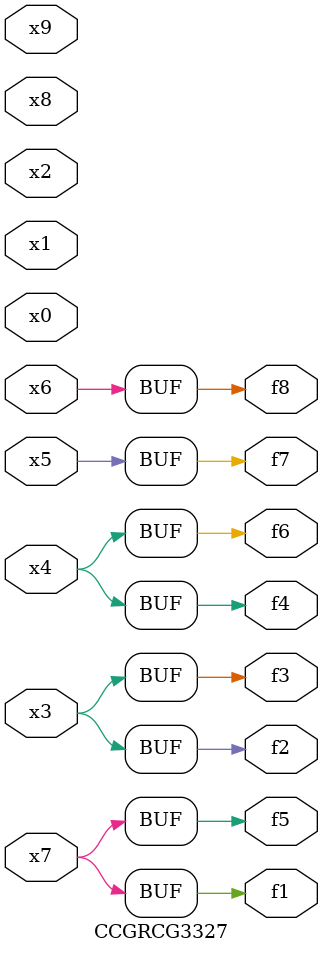
<source format=v>
module CCGRCG3327(
	input x0, x1, x2, x3, x4, x5, x6, x7, x8, x9,
	output f1, f2, f3, f4, f5, f6, f7, f8
);
	assign f1 = x7;
	assign f2 = x3;
	assign f3 = x3;
	assign f4 = x4;
	assign f5 = x7;
	assign f6 = x4;
	assign f7 = x5;
	assign f8 = x6;
endmodule

</source>
